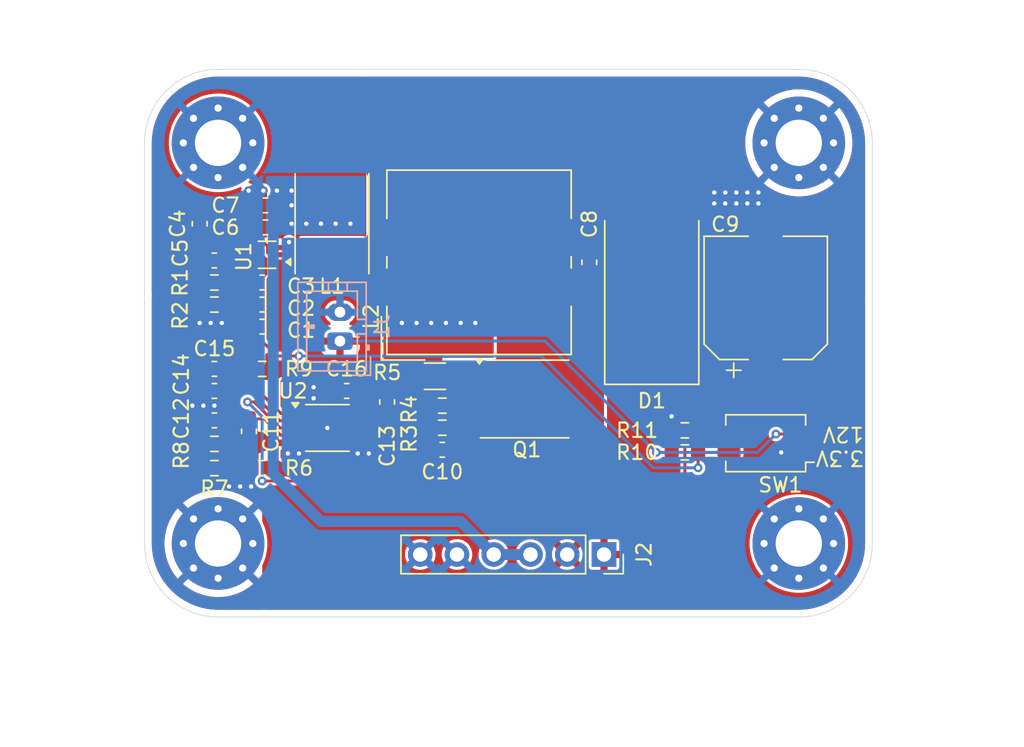
<source format=kicad_pcb>
(kicad_pcb (version 20241229) (generator "pcbnew") (generator_version "9.0")
  (layers (0 "F.Cu" signal) (2 "B.Cu" signal) (13 "F.Paste" user) (15 "B.Paste" user) (5 "F.SilkS" user "F.Silkscreen") (7 "B.SilkS" user "B.Silkscreen") (1 "F.Mask" user) (3 "B.Mask" user) (25 "Edge.Cuts" user))
  (net 0 "")
  (net 1 "GNDA")
  (net 2 "/3.3V Buck/Switch")
  (net 3 "Net-(U1-VBST)")
  (net 4 "/3.3V Buck/Feedback")
  (net 5 "+3.3V")
  (net 6 "VDD")
  (net 7 "/12V SEPIC/I Sense")
  (net 8 "/12V SEPIC/Feedback")
  (net 9 "Net-(Q1-D)")
  (net 10 "Net-(D1-A)")
  (net 11 "+12V")
  (net 12 "Net-(Q1-S-Pad1)")
  (net 13 "Net-(Q1-G)")
  (net 14 "/12V SEPIC/Comp")
  (net 15 "/12V SEPIC/Gate Drive")
  (net 16 "Net-(C12-Pad1)")
  (net 17 "Net-(U2-BP)")
  (net 18 "Net-(U2-SS)")
  (net 19 "Net-(U2-RC)")
  (net 20 "/3.3V Enable")
  (net 21 "/12V Disable")
  (footprint "Capacitor_SMD:CP_Elec_8x6.9" (layer "F.Cu") (at 165.1 105.71 90)
    (property "Reference" "C9" (at 5.08 -2.794 180) (layer "F.SilkS"))
    (property "Value" "25SVPF100M")
    (pad "1" smd roundrect (at -3.475 0 90) (size 4.15 1.9) (layers "F.Cu" "F.Mask" "F.Paste") (roundrect_rratio 0.131579) (net 11 "+12V"))
    (pad "2" smd roundrect (at 3.475 0 90) (size 4.15 1.9) (layers "F.Cu" "F.Mask" "F.Paste") (roundrect_rratio 0.131579) (net 1 "GNDA"))
  )
  (footprint "Resistor_SMD:R_0603_1608Metric_Pad0.98x0.95mm_HandSolder" (layer "F.Cu") (at 142.748 113.157)
    (property "Reference" "R4" (at -2.286 0.254 90) (layer "F.SilkS"))
    (property "Value" "1k")
    (pad "1" smd roundrect (at -0.9125 0) (size 0.975 0.95) (layers "F.Cu" "F.Mask" "F.Paste") (net 7 "/12V SEPIC/I Sense"))
    (pad "2" smd roundrect (at 0.9125 0) (size 0.975 0.95) (layers "F.Cu" "F.Mask" "F.Paste") (net 12 "Net-(Q1-S-Pad1)"))
  )
  (footprint "Capacitor_SMD:C_0603_1608Metric_Pad1.08x0.95mm_HandSolder" (layer "F.Cu") (at 130.5365 100.838 180)
    (property "Reference" "C6" (at 2.7745 0 0) (layer "F.SilkS"))
    (property "Value" "22uF")
    (pad "1" smd roundrect (at -0.8625 0 180) (size 1.075 0.95) (layers "F.Cu" "F.Mask" "F.Paste") (net 5 "+3.3V"))
    (pad "2" smd roundrect (at 0.8625 0 180) (size 1.075 0.95) (layers "F.Cu" "F.Mask" "F.Paste") (net 1 "GNDA"))
  )
  (footprint "Capacitor_SMD:C_0603_1608Metric_Pad1.08x0.95mm_HandSolder" (layer "F.Cu") (at 136.144 112.141 180)
    (property "Reference" "C16" (at 0 1.524 0) (layer "F.SilkS"))
    (property "Value" "8.2uF")
    (pad "1" smd roundrect (at -0.8625 0 180) (size 1.075 0.95) (layers "F.Cu" "F.Mask" "F.Paste") (net 6 "VDD"))
    (pad "2" smd roundrect (at 0.8625 0 180) (size 1.075 0.95) (layers "F.Cu" "F.Mask" "F.Paste") (net 1 "GNDA"))
  )
  (footprint "Resistor_SMD:R_0603_1608Metric_Pad0.98x0.95mm_HandSolder" (layer "F.Cu") (at 127 104.648)
    (property "Reference" "R1" (at -2.367 0 90) (layer "F.SilkS"))
    (property "Value" "30.9k")
    (pad "1" smd roundrect (at -0.9125 0) (size 0.975 0.95) (layers "F.Cu" "F.Mask" "F.Paste") (net 5 "+3.3V"))
    (pad "2" smd roundrect (at 0.9125 0) (size 0.975 0.95) (layers "F.Cu" "F.Mask" "F.Paste") (net 4 "/3.3V Buck/Feedback"))
  )
  (footprint "Inductor_SMD:L_Taiyo-Yuden_NR-50xx_HandSoldering" (layer "F.Cu") (at 135.128 100.584 90)
    (property "Reference" "L1" (at -4.318 0 0) (layer "F.SilkS"))
    (property "Value" "NRS5030T3R3MMGJ")
    (pad "1" smd rect (at -2.25 0 90) (size 2.4 4.2) (layers "F.Cu" "F.Mask" "F.Paste") (net 2 "/3.3V Buck/Switch"))
    (pad "2" smd rect (at 2.25 0 90) (size 2.4 4.2) (layers "F.Cu" "F.Mask" "F.Paste") (net 5 "+3.3V"))
  )
  (footprint "Package_TO_SOT_SMD:SOT-563" (layer "F.Cu") (at 130.637 102.729 180)
    (property "Reference" "U1" (at 1.605 -0.141 90) (layer "F.SilkS"))
    (property "Value" "TPS562202")
    (pad "1" smd roundrect (at -0.7125 -0.5 180) (size 0.675 0.35) (layers "F.Cu" "F.Mask" "F.Paste") (net 6 "VDD"))
    (pad "2" smd roundrect (at -0.7125 0 180) (size 0.675 0.35) (layers "F.Cu" "F.Mask" "F.Paste") (net 2 "/3.3V Buck/Switch"))
    (pad "3" smd roundrect (at -0.7125 0.5 180) (size 0.675 0.35) (layers "F.Cu" "F.Mask" "F.Paste") (net 1 "GNDA"))
    (pad "4" smd roundrect (at 0.7125 0.5 180) (size 0.675 0.35) (layers "F.Cu" "F.Mask" "F.Paste") (net 3 "Net-(U1-VBST)"))
    (pad "5" smd roundrect (at 0.7125 0 180) (size 0.675 0.35) (layers "F.Cu" "F.Mask" "F.Paste") (net 20 "/3.3V Enable"))
    (pad "6" smd roundrect (at 0.7125 -0.5 180) (size 0.675 0.35) (layers "F.Cu" "F.Mask" "F.Paste") (net 4 "/3.3V Buck/Feedback"))
  )
  (footprint "Capacitor_SMD:C_0603_1608Metric_Pad1.08x0.95mm_HandSolder" (layer "F.Cu") (at 127 103.124)
    (property "Reference" "C5" (at -2.367 -0.508 90) (layer "F.SilkS"))
    (property "Value" "22pF")
    (pad "1" smd roundrect (at -0.8625 0) (size 1.075 0.95) (layers "F.Cu" "F.Mask" "F.Paste") (net 5 "+3.3V"))
    (pad "2" smd roundrect (at 0.8625 0) (size 1.075 0.95) (layers "F.Cu" "F.Mask" "F.Paste") (net 4 "/3.3V Buck/Feedback"))
  )
  (footprint "Package_TO_SOT_SMD:TDSON-8-1" (layer "F.Cu") (at 148.442 112.695)
    (property "Reference" "Q1" (at 0.148 3.51 0) (layer "F.SilkS"))
    (property "Value" "CSD18534Q5A")
    (pad "1" smd roundrect (at -2.9 -1.905) (size 0.85 0.5) (layers "F.Cu" "F.Mask" "F.Paste") (net 12 "Net-(Q1-S-Pad1)"))
    (pad "2" smd roundrect (at -2.9 -0.635) (size 0.85 0.5) (layers "F.Cu" "F.Mask" "F.Paste") (net 12 "Net-(Q1-S-Pad1)"))
    (pad "3" smd roundrect (at -2.9 0.635) (size 0.85 0.5) (layers "F.Cu" "F.Mask" "F.Paste") (net 12 "Net-(Q1-S-Pad1)"))
    (pad "4" smd roundrect (at -2.9 1.905) (size 0.85 0.5) (layers "F.Cu" "F.Mask" "F.Paste") (net 13 "Net-(Q1-G)"))
    (pad "5" smd rect (at 1.05 0) (size 4.55 4.41) (layers "F.Cu") (net 9 "Net-(Q1-D)"))
  )
  (footprint "Package_SO:VSSOP-10_3x3mm_P0.5mm" (layer "F.Cu") (at 134.8065 114.697)
    (property "Reference" "U2" (at -2.372 -2.556 0) (layer "F.SilkS"))
    (property "Value" "TPS40211")
    (pad "1" smd roundrect (at -2.2 -1) (size 1.45 0.3) (layers "F.Cu" "F.Mask" "F.Paste") (net 19 "Net-(U2-RC)"))
    (pad "2" smd roundrect (at -2.2 -0.5) (size 1.45 0.3) (layers "F.Cu" "F.Mask" "F.Paste") (net 18 "Net-(U2-SS)"))
    (pad "3" smd roundrect (at -2.2 0) (size 1.45 0.3) (layers "F.Cu" "F.Mask" "F.Paste") (net 21 "/12V Disable"))
    (pad "4" smd roundrect (at -2.2 0.5) (size 1.45 0.3) (layers "F.Cu" "F.Mask" "F.Paste") (net 14 "/12V SEPIC/Comp"))
    (pad "5" smd roundrect (at -2.2 1) (size 1.45 0.3) (layers "F.Cu" "F.Mask" "F.Paste") (net 8 "/12V SEPIC/Feedback"))
    (pad "6" smd roundrect (at 2.2 1) (size 1.45 0.3) (layers "F.Cu" "F.Mask" "F.Paste") (net 1 "GNDA"))
    (pad "7" smd roundrect (at 2.2 0.5) (size 1.45 0.3) (layers "F.Cu" "F.Mask" "F.Paste") (net 7 "/12V SEPIC/I Sense"))
    (pad "8" smd roundrect (at 2.2 0) (size 1.45 0.3) (layers "F.Cu" "F.Mask" "F.Paste") (net 15 "/12V SEPIC/Gate Drive"))
    (pad "9" smd roundrect (at 2.2 -0.5) (size 1.45 0.3) (layers "F.Cu" "F.Mask" "F.Paste") (net 17 "Net-(U2-BP)"))
    (pad "10" smd roundrect (at 2.2 -1) (size 1.45 0.3) (layers "F.Cu" "F.Mask" "F.Paste") (net 6 "VDD"))
    (pad "11" smd roundrect (at 0 0 180) (size 1.83 2.22) (layers "F.Cu" "F.Mask" "F.Paste") (roundrect_rratio 0.15) (net 1 "GNDA"))
  )
  (footprint "MountingHole:MountingHole_3.2mm_M3_Pad_Via" (layer "F.Cu") (at 167.386 94.996)
    (property "Reference" "H3" (hide yes))
    (property "Value" "MountingHole_Pad")
    (pad "1" thru_hole circle (at -2.4 0) (size 0.8 0.8) (drill 0.5) (layers "*.Cu" "*.Mask") (net 1 "GNDA"))
    (pad "1" thru_hole circle (at -1.697056 -1.697056) (size 0.8 0.8) (drill 0.5) (layers "*.Cu" "*.Mask") (net 1 "GNDA"))
    (pad "1" thru_hole circle (at -1.697056 1.697056) (size 0.8 0.8) (drill 0.5) (layers "*.Cu" "*.Mask") (net 1 "GNDA"))
    (pad "1" thru_hole circle (at 0 -2.4) (size 0.8 0.8) (drill 0.5) (layers "*.Cu" "*.Mask") (net 1 "GNDA"))
    (pad "1" thru_hole circle (at 0 0) (size 6.4 6.4) (drill 3.2) (layers "*.Cu" "*.Mask") (net 1 "GNDA"))
    (pad "1" thru_hole circle (at 0 2.4) (size 0.8 0.8) (drill 0.5) (layers "*.Cu" "*.Mask") (net 1 "GNDA"))
    (pad "1" thru_hole circle (at 1.697056 -1.697056) (size 0.8 0.8) (drill 0.5) (layers "*.Cu" "*.Mask") (net 1 "GNDA"))
    (pad "1" thru_hole circle (at 1.697056 1.697056) (size 0.8 0.8) (drill 0.5) (layers "*.Cu" "*.Mask") (net 1 "GNDA"))
    (pad "1" thru_hole circle (at 2.4 0) (size 0.8 0.8) (drill 0.5) (layers "*.Cu" "*.Mask") (net 1 "GNDA"))
  )
  (footprint "Resistor_SMD:R_0603_1608Metric_Pad0.98x0.95mm_HandSolder" (layer "F.Cu") (at 127 115.7975)
    (property "Reference" "R8" (at -2.286 0.7885 90) (layer "F.SilkS"))
    (property "Value" "18.7k")
    (pad "1" smd roundrect (at -0.9125 0) (size 0.975 0.95) (layers "F.Cu" "F.Mask" "F.Paste") (net 16 "Net-(C12-Pad1)"))
    (pad "2" smd roundrect (at 0.9125 0) (size 0.975 0.95) (layers "F.Cu" "F.Mask" "F.Paste") (net 8 "/12V SEPIC/Feedback"))
  )
  (footprint "Button_Switch_SMD:SW_DIP_SPSTx02_Slide_Copal_CHS-02A_W5.08mm_P1.27mm_JPin" (layer "F.Cu") (at 165.1 115.7535 180)
    (property "Reference" "SW1" (at -1.016 -2.888 0) (layer "F.SilkS"))
    (property "Value" "SW_DIP_x02")
    (pad "1" smd roundrect (at -2.54 -0.635 180) (size 1.6 0.76) (layers "F.Cu" "F.Mask" "F.Paste") (net 1 "GNDA"))
    (pad "2" smd roundrect (at -2.54 0.635 180) (size 1.6 0.76) (layers "F.Cu" "F.Mask" "F.Paste") (net 6 "VDD"))
    (pad "3" smd roundrect (at 2.54 0.635 180) (size 1.6 0.76) (layers "F.Cu" "F.Mask" "F.Paste") (net 21 "/12V Disable"))
    (pad "4" smd roundrect (at 2.54 -0.635 180) (size 1.6 0.76) (layers "F.Cu" "F.Mask" "F.Paste") (net 20 "/3.3V Enable"))
  )
  (footprint "Capacitor_SMD:C_0603_1608Metric_Pad1.08x0.95mm_HandSolder" (layer "F.Cu") (at 130.302 107.696 180)
    (property "Reference" "C1" (at -2.6935 -0.254 0) (layer "F.SilkS"))
    (property "Value" "10uF")
    (pad "1" smd roundrect (at -0.8625 0 180) (size 1.075 0.95) (layers "F.Cu" "F.Mask" "F.Paste") (net 6 "VDD"))
    (pad "2" smd roundrect (at 0.8625 0 180) (size 1.075 0.95) (layers "F.Cu" "F.Mask" "F.Paste") (net 1 "GNDA"))
  )
  (footprint "MountingHole:MountingHole_3.2mm_M3_Pad_Via" (layer "F.Cu") (at 127.254 122.682)
    (property "Reference" "H2" (hide yes))
    (property "Value" "MountingHole_Pad")
    (pad "1" thru_hole circle (at -2.4 0) (size 0.8 0.8) (drill 0.5) (layers "*.Cu" "*.Mask") (net 1 "GNDA"))
    (pad "1" thru_hole circle (at -1.697056 -1.697056) (size 0.8 0.8) (drill 0.5) (layers "*.Cu" "*.Mask") (net 1 "GNDA"))
    (pad "1" thru_hole circle (at -1.697056 1.697056) (size 0.8 0.8) (drill 0.5) (layers "*.Cu" "*.Mask") (net 1 "GNDA"))
    (pad "1" thru_hole circle (at 0 -2.4) (size 0.8 0.8) (drill 0.5) (layers "*.Cu" "*.Mask") (net 1 "GNDA"))
    (pad "1" thru_hole circle (at 0 0) (size 6.4 6.4) (drill 3.2) (layers "*.Cu" "*.Mask") (net 1 "GNDA"))
    (pad "1" thru_hole circle (at 0 2.4) (size 0.8 0.8) (drill 0.5) (layers "*.Cu" "*.Mask") (net 1 "GNDA"))
    (pad "1" thru_hole circle (at 1.697056 -1.697056) (size 0.8 0.8) (drill 0.5) (layers "*.Cu" "*.Mask") (net 1 "GNDA"))
    (pad "1" thru_hole circle (at 1.697056 1.697056) (size 0.8 0.8) (drill 0.5) (layers "*.Cu" "*.Mask") (net 1 "GNDA"))
    (pad "1" thru_hole circle (at 2.4 0) (size 0.8 0.8) (drill 0.5) (layers "*.Cu" "*.Mask") (net 1 "GNDA"))
  )
  (footprint "Resistor_SMD:R_0603_1608Metric_Pad0.98x0.95mm_HandSolder" (layer "F.Cu") (at 159.512 114.8645)
    (property "Reference" "R11" (at -3.302 0 0) (layer "F.SilkS"))
    (property "Value" "10k")
    (pad "1" smd roundrect (at -0.9125 0) (size 0.975 0.95) (layers "F.Cu" "F.Mask" "F.Paste") (net 1 "GNDA"))
    (pad "2" smd roundrect (at 0.9125 0) (size 0.975 0.95) (layers "F.Cu" "F.Mask" "F.Paste") (net 21 "/12V Disable"))
  )
  (footprint "Resistor_SMD:R_0603_1608Metric_Pad0.98x0.95mm_HandSolder" (layer "F.Cu") (at 127 117.475)
    (property "Reference" "R7" (at 0 1.397 180) (layer "F.SilkS"))
    (property "Value" "4.75k")
    (pad "1" smd roundrect (at -0.9125 0) (size 0.975 0.95) (layers "F.Cu" "F.Mask" "F.Paste") (net 1 "GNDA"))
    (pad "2" smd roundrect (at 0.9125 0) (size 0.975 0.95) (layers "F.Cu" "F.Mask" "F.Paste") (net 8 "/12V SEPIC/Feedback"))
  )
  (footprint "Capacitor_SMD:C_0603_1608Metric_Pad1.08x0.95mm_HandSolder" (layer "F.Cu") (at 125.984 100.584 90)
    (property "Reference" "C4" (at 0 -1.524 90) (layer "F.SilkS"))
    (property "Value" "100nF")
    (pad "1" smd roundrect (at -0.8625 0 90) (size 1.075 0.95) (layers "F.Cu" "F.Mask" "F.Paste") (net 3 "Net-(U1-VBST)"))
    (pad "2" smd roundrect (at 0.8625 0 90) (size 1.075 0.95) (layers "F.Cu" "F.Mask" "F.Paste") (net 2 "/3.3V Buck/Switch"))
  )
  (footprint "Capacitor_SMD:C_0603_1608Metric_Pad1.08x0.95mm_HandSolder" (layer "F.Cu") (at 127 110.617)
    (property "Reference" "C15" (at 0 -1.397 180) (layer "F.SilkS"))
    (property "Value" "120pF")
    (pad "1" smd roundrect (at -0.8625 0) (size 1.075 0.95) (layers "F.Cu" "F.Mask" "F.Paste") (net 1 "GNDA"))
    (pad "2" smd roundrect (at 0.8625 0) (size 1.075 0.95) (layers "F.Cu" "F.Mask" "F.Paste") (net 19 "Net-(U2-RC)"))
  )
  (footprint "Capacitor_SMD:C_0603_1608Metric_Pad1.08x0.95mm_HandSolder" (layer "F.Cu") (at 138.938 112.903 -90)
    (property "Reference" "C13" (at 3.048 0 90) (layer "F.SilkS"))
    (property "Value" "1uF")
    (pad "1" smd roundrect (at -0.8625 0 270) (size 1.075 0.95) (layers "F.Cu" "F.Mask" "F.Paste") (net 1 "GNDA"))
    (pad "2" smd roundrect (at 0.8625 0 270) (size 1.075 0.95) (layers "F.Cu" "F.Mask" "F.Paste") (net 17 "Net-(U2-BP)"))
  )
  (footprint "Capacitor_SMD:C_0603_1608Metric_Pad1.08x0.95mm_HandSolder" (layer "F.Cu") (at 152.908 103.251 90)
    (property "Reference" "C8" (at 2.6405 0 90) (layer "F.SilkS"))
    (property "Value" "4.7uF")
    (pad "1" smd roundrect (at -0.8625 0 90) (size 1.075 0.95) (layers "F.Cu" "F.Mask" "F.Paste") (net 9 "Net-(Q1-D)"))
    (pad "2" smd roundrect (at 0.8625 0 90) (size 1.075 0.95) (layers "F.Cu" "F.Mask" "F.Paste") (net 10 "Net-(D1-A)"))
  )
  (footprint "Resistor_SMD:R_0603_1608Metric_Pad0.98x0.95mm_HandSolder" (layer "F.Cu") (at 130.302 110.617 180)
    (property "Reference" "R9" (at -2.54 0 0) (layer "F.SilkS"))
    (property "Value" "162k")
    (pad "1" smd roundrect (at -0.9125 0 180) (size 0.975 0.95) (layers "F.Cu" "F.Mask" "F.Paste") (net 6 "VDD"))
    (pad "2" smd roundrect (at 0.9125 0 180) (size 0.975 0.95) (layers "F.Cu" "F.Mask" "F.Paste") (net 19 "Net-(U2-RC)"))
  )
  (footprint "Inductor_SMD:L_Bourns_SRF1260" (layer "F.Cu") (at 145.288 103.251 90)
    (property "Reference" "L2" (at -3.75 -7.45 90) (layer "F.SilkS"))
    (property "Value" "SRF1260-6R8Y")
    (pad "1" smd roundrect (at -1.715 -4.25 90) (size 2.15 4.5) (layers "F.Cu" "F.Mask" "F.Paste") (net 1 "GNDA"))
    (pad "2" smd roundrect (at 1.715 -4.25 90) (size 2.15 4.5) (layers "F.Cu" "F.Mask" "F.Paste") (net 6 "VDD"))
    (pad "3" smd roundrect (at 1.715 4.25 90) (size 2.15 4.5) (layers "F.Cu" "F.Mask" "F.Paste") (net 10 "Net-(D1-A)"))
    (pad "4" smd roundrect (at -1.715 4.25 90) (size 2.15 4.5) (layers "F.Cu" "F.Mask" "F.Paste") (net 9 "Net-(Q1-D)"))
  )
  (footprint "Resistor_SMD:R_1206_3216Metric_Pad1.30x1.75mm_HandSolder" (layer "F.Cu") (at 142.24 111.125)
    (property "Reference" "R5" (at -3.302 -0.254 180) (layer "F.SilkS"))
    (property "Value" "12m")
    (pad "1" smd roundrect (at -1.55 0) (size 1.3 1.75) (layers "F.Cu" "F.Mask" "F.Paste") (roundrect_rratio 0.192308) (net 1 "GNDA"))
    (pad "2" smd roundrect (at 1.55 0) (size 1.3 1.75) (layers "F.Cu" "F.Mask" "F.Paste") (roundrect_rratio 0.192308) (net 12 "Net-(Q1-S-Pad1)"))
  )
  (footprint "MountingHole:MountingHole_3.2mm_M3_Pad_Via" (layer "F.Cu") (at 167.386 122.682)
    (property "Reference" "H4" (hide yes))
    (property "Value" "MountingHole_Pad")
    (pad "1" thru_hole circle (at -2.4 0) (size 0.8 0.8) (drill 0.5) (layers "*.Cu" "*.Mask") (net 1 "GNDA"))
    (pad "1" thru_hole circle (at -1.697056 -1.697056) (size 0.8 0.8) (drill 0.5) (layers "*.Cu" "*.Mask") (net 1 "GNDA"))
    (pad "1" thru_hole circle (at -1.697056 1.697056) (size 0.8 0.8) (drill 0.5) (layers "*.Cu" "*.Mask") (net 1 "GNDA"))
    (pad "1" thru_hole circle (at 0 -2.4) (size 0.8 0.8) (drill 0.5) (layers "*.Cu" "*.Mask") (net 1 "GNDA"))
    (pad "1" thru_hole circle (at 0 0) (size 6.4 6.4) (drill 3.2) (layers "*.Cu" "*.Mask") (net 1 "GNDA"))
    (pad "1" thru_hole circle (at 0 2.4) (size 0.8 0.8) (drill 0.5) (layers "*.Cu" "*.Mask") (net 1 "GNDA"))
    (pad "1" thru_hole circle (at 1.697056 -1.697056) (size 0.8 0.8) (drill 0.5) (layers "*.Cu" "*.Mask") (net 1 "GNDA"))
    (pad "1" thru_hole circle (at 1.697056 1.697056) (size 0.8 0.8) (drill 0.5) (layers "*.Cu" "*.Mask") (net 1 "GNDA"))
    (pad "1" thru_hole circle (at 2.4 0) (size 0.8 0.8) (drill 0.5) (layers "*.Cu" "*.Mask") (net 1 "GNDA"))
  )
  (footprint "Diode_SMD:D_SMC_Handsoldering" (layer "F.Cu") (at 157.226 104.775 90)
    (property "Reference" "D1" (at -8.047 0 180) (layer "F.SilkS"))
    (property "Value" "B560C-13-F")
    (pad "1" smd roundrect (at -4.4 0 180) (size 3.3 4.5) (layers "F.Cu" "F.Mask" "F.Paste") (roundrect_rratio 0.0757575758) (net 11 "+12V"))
    (pad "2" smd roundrect (at 4.4 0 180) (size 3.3 4.5) (layers "F.Cu" "F.Mask" "F.Paste") (roundrect_rratio 0.0757575758) (net 10 "Net-(D1-A)"))
  )
  (footprint "MountingHole:MountingHole_3.2mm_M3_Pad_Via" (layer "F.Cu") (at 127.254 94.996)
    (property "Reference" "H1" (hide yes))
    (property "Value" "MountingHole_Pad")
    (pad "1" thru_hole circle (at -2.4 0) (size 0.8 0.8) (drill 0.5) (layers "*.Cu" "*.Mask") (net 1 "GNDA"))
    (pad "1" thru_hole circle (at -1.697056 -1.697056) (size 0.8 0.8) (drill 0.5) (layers "*.Cu" "*.Mask") (net 1 "GNDA"))
    (pad "1" thru_hole circle (at -1.697056 1.697056) (size 0.8 0.8) (drill 0.5) (layers "*.Cu" "*.Mask") (net 1 "GNDA"))
    (pad "1" thru_hole circle (at 0 -2.4) (size 0.8 0.8) (drill 0.5) (layers "*.Cu" "*.Mask") (net 1 "GNDA"))
    (pad "1" thru_hole circle (at 0 0) (size 6.4 6.4) (drill 3.2) (layers "*.Cu" "*.Mask") (net 1 "GNDA"))
    (pad "1" thru_hole circle (at 0 2.4) (size 0.8 0.8) (drill 0.5) (layers "*.Cu" "*.Mask") (net 1 "GNDA"))
    (pad "1" thru_hole circle (at 1.697056 -1.697056) (size 0.8 0.8) (drill 0.5) (layers "*.Cu" "*.Mask") (net 1 "GNDA"))
    (pad "1" thru_hole circle (at 1.697056 1.697056) (size 0.8 0.8) (drill 0.5) (layers "*.Cu" "*.Mask") (net 1 "GNDA"))
    (pad "1" thru_hole circle (at 2.4 0) (size 0.8 0.8) (drill 0.5) (layers "*.Cu" "*.Mask") (net 1 "GNDA"))
  )
  (footprint "Resistor_SMD:R_0603_1608Metric_Pad0.98x0.95mm_HandSolder" (layer "F.Cu") (at 159.512 116.3885 180)
    (property "Reference" "R10" (at 3.302 0 0) (layer "F.SilkS"))
    (property "Value" "10k")
    (pad "1" smd roundrect (at -0.9125 0 180) (size 0.975 0.95) (layers "F.Cu" "F.Mask" "F.Paste") (net 20 "/3.3V Enable"))
    (pad "2" smd roundrect (at 0.9125 0 180) (size 0.975 0.95) (layers "F.Cu" "F.Mask" "F.Paste") (net 6 "VDD"))
  )
  (footprint "Capacitor_SMD:C_0603_1608Metric_Pad1.08x0.95mm_HandSolder" (layer "F.Cu") (at 129.3895 114.935 90)
    (property "Reference" "C11" (at 0 1.524 270) (layer "F.SilkS"))
    (property "Value" "56pF")
    (pad "1" smd roundrect (at -0.8625 0 90) (size 1.075 0.95) (layers "F.Cu" "F.Mask" "F.Paste") (net 8 "/12V SEPIC/Feedback"))
    (pad "2" smd roundrect (at 0.8625 0 90) (size 1.075 0.95) (layers "F.Cu" "F.Mask" "F.Paste") (net 14 "/12V SEPIC/Comp"))
  )
  (footprint "Connector_PinSocket_2.54mm:PinSocket_1x06_P2.54mm_Vertical" (layer "F.Cu") (at 153.924 123.444 -90)
    (property "Reference" "J2" (at 0 -2.77 90) (layer "F.SilkS"))
    (property "Value" "Conn_01x06_Socket")
    (pad "1" thru_hole rect (at 0 0 270) (size 1.7 1.7) (drill 1) (layers "*.Cu" "*.Mask") (net 11 "+12V"))
    (pad "2" thru_hole circle (at 0 2.54 270) (size 1.7 1.7) (drill 1) (layers "*.Cu" "*.Mask") (net 11 "+12V"))
    (pad "3" thru_hole circle (at 0 5.08 270) (size 1.7 1.7) (drill 1) (layers "*.Cu" "*.Mask") (net 5 "+3.3V"))
    (pad "4" thru_hole circle (at 0 7.62 270) (size 1.7 1.7) (drill 1) (layers "*.Cu" "*.Mask") (net 5 "+3.3V"))
    (pad "5" thru_hole circle (at 0 10.16 270) (size 1.7 1.7) (drill 1) (layers "*.Cu" "*.Mask") (net 1 "GNDA"))
    (pad "6" thru_hole circle (at 0 12.7 270) (size 1.7 1.7) (drill 1) (layers "*.Cu" "*.Mask") (net 1 "GNDA"))
  )
  (footprint "Capacitor_SMD:C_0603_1608Metric_Pad1.08x0.95mm_HandSolder" (layer "F.Cu") (at 130.5365 99.314 180)
    (property "Reference" "C7" (at 2.7745 0 0) (layer "F.SilkS"))
    (property "Value" "22uF")
    (pad "1" smd roundrect (at -0.8625 0 180) (size 1.075 0.95) (layers "F.Cu" "F.Mask" "F.Paste") (net 5 "+3.3V"))
    (pad "2" smd roundrect (at 0.8625 0 180) (size 1.075 0.95) (layers "F.Cu" "F.Mask" "F.Paste") (net 1 "GNDA"))
  )
  (footprint "Capacitor_SMD:C_0603_1608Metric_Pad1.08x0.95mm_HandSolder" (layer "F.Cu") (at 142.748 116.205)
    (property "Reference" "C10" (at 0 1.524 0) (layer "F.SilkS"))
    (property "Value" "100pF")
    (pad "1" smd roundrect (at -0.8625 0) (size 1.075 0.95) (layers "F.Cu" "F.Mask" "F.Paste") (net 7 "/12V SEPIC/I Sense"))
    (pad "2" smd roundrect (at 0.8625 0) (size 1.075 0.95) (layers "F.Cu" "F.Mask" "F.Paste") (net 1 "GNDA"))
  )
  (footprint "Resistor_SMD:R_0603_1608Metric_Pad0.98x0.95mm_HandSolder" (layer "F.Cu") (at 130.302 117.475)
    (property "Reference" "R6" (at 2.54 0 0) (layer "F.SilkS"))
    (property "Value" "215k")
    (pad "1" smd roundrect (at -0.9125 0) (size 0.975 0.95) (layers "F.Cu" "F.Mask" "F.Paste") (net 8 "/12V SEPIC/Feedback"))
    (pad "2" smd roundrect (at 0.9125 0) (size 0.975 0.95) (layers "F.Cu" "F.Mask" "F.Paste") (net 11 "+12V"))
  )
  (footprint "Capacitor_SMD:C_0603_1608Metric_Pad1.08x0.95mm_HandSolder" (layer "F.Cu") (at 127 112.141 180)
    (property "Reference" "C14" (at 2.286 1.143 90) (layer "F.SilkS"))
    (property "Value" "68nF")
    (pad "1" smd roundrect (at -0.8625 0 180) (size 1.075 0.95) (layers "F.Cu" "F.Mask" "F.Paste") (net 18 "Net-(U2-SS)"))
    (pad "2" smd roundrect (at 0.8625 0 180) (size 1.075 0.95) (layers "F.Cu" "F.Mask" "F.Paste") (net 1 "GNDA"))
  )
  (footprint "Resistor_SMD:R_0603_1608Metric_Pad0.98x0.95mm_HandSolder" (layer "F.Cu") (at 127 106.172 180)
    (property "Reference" "R2" (at 2.367 -0.762 90) (layer "F.SilkS"))
    (property "Value" "10k")
    (pad "1" smd roundrect (at -0.9125 0 180) (size 0.975 0.95) (layers "F.Cu" "F.Mask" "F.Paste") (net 4 "/3.3V Buck/Feedback"))
    (pad "2" smd roundrect (at 0.9125 0 180) (size 0.975 0.95) (layers "F.Cu" "F.Mask" "F.Paste") (net 1 "GNDA"))
  )
  (footprint "Capacitor_SMD:C_0603_1608Metric_Pad1.08x0.95mm_HandSolder" (layer "F.Cu") (at 130.302 106.172 180)
    (property "Reference" "C2" (at -2.6935 -0.254 0) (layer "F.SilkS"))
    (property "Value" "10uF")
    (pad "1" smd roundrect (at -0.8625 0 180) (size 1.075 0.95) (layers "F.Cu" "F.Mask" "F.Paste") (net 6 "VDD"))
    (pad "2" smd roundrect (at 0.8625 0 180) (size 1.075 0.95) (layers "F.Cu" "F.Mask" "F.Paste") (net 1 "GNDA"))
  )
  (footprint "Capacitor_SMD:C_0603_1608Metric_Pad1.08x0.95mm_HandSolder" (layer "F.Cu") (at 130.302 104.648 180)
    (property "Reference" "C3" (at -2.6935 -0.254 0) (layer "F.SilkS"))
    (property "Value" "100nF")
    (pad "1" smd roundrect (at -0.8625 0 180) (size 1.075 0.95) (layers "F.Cu" "F.Mask" "F.Paste") (net 6 "VDD"))
    (pad "2" smd roundrect (at 0.8625 0 180) (size 1.075 0.95) (layers "F.Cu" "F.Mask" "F.Paste") (net 1 "GNDA"))
  )
  (footprint "Capacitor_SMD:C_0603_1608Metric_Pad1.08x0.95mm_HandSolder" (layer "F.Cu") (at 127 114.173)
    (property "Reference" "C12" (at -2.286 -0.127 90) (layer "F.SilkS"))
    (property "Value" "5.6nF")
    (pad "1" smd roundrect (at -0.8625 0) (size 1.075 0.95) (layers "F.Cu" "F.Mask" "F.Paste") (net 16 "Net-(C12-Pad1)"))
    (pad "2" smd roundrect (at 0.8625 0) (size 1.075 0.95) (layers "F.Cu" "F.Mask" "F.Paste") (net 14 "/12V SEPIC/Comp"))
  )
  (footprint "Resistor_SMD:R_0603_1608Metric_Pad0.98x0.95mm_HandSolder" (layer "F.Cu") (at 142.748 114.681)
    (property "Reference" "R3" (at -2.286 0.762 90) (layer "F.SilkS"))
    (property "Value" "11.3")
    (pad "1" smd roundrect (at -0.9125 0) (size 0.975 0.95) (layers "F.Cu" "F.Mask" "F.Paste") (net 15 "/12V SEPIC/Gate Drive"))
    (pad "2" smd roundrect (at 0.9125 0) (size 0.975 0.95) (layers "F.Cu" "F.Mask" "F.Paste") (net 13 "Net-(Q1-G)"))
  )
  (footprint "Connector_JST:JST_PH_B2B-PH-K_1x02_P2.00mm_Vertical" (layer "B.Cu") (at 135.678 108.696 90)
    (property "Reference" "J1" (at 1 2.9 90) (layer "B.SilkS") (effects (justify mirror)))
    (property "Value" "Conn_01x02")
    (pad "1" thru_hole roundrect (at 0 0 90) (size 1.2 1.75) (drill 0.75) (layers "*.Cu" "*.Mask") (roundrect_rratio 0.208333) (net 6 "VDD"))
    (pad "2" thru_hole oval (at 2 0 90) (size 1.2 1.75) (drill 0.75) (layers "*.Cu" "*.Mask") (net 1 "GNDA"))
  )
  (gr_line (start 122.174 122.682) (end 122.174 94.996) (stroke (width 0.05)) (layer "Edge.Cuts"))
  (gr_arc (start 172.466 122.682) (mid 170.978102 126.274102) (end 167.386 127.762) (stroke (width 0.05)) (layer "Edge.Cuts"))
  (gr_line (start 127.254 89.916) (end 167.386 89.916) (stroke (width 0.05)) (layer "Edge.Cuts"))
  (gr_arc (start 167.386 89.916) (mid 170.978102 91.403898) (end 172.466 94.996) (stroke (width 0.05)) (layer "Edge.Cuts"))
  (gr_arc (start 122.174 94.996) (mid 123.661898 91.403898) (end 127.254 89.916) (stroke (width 0.05)) (layer "Edge.Cuts"))
  (gr_arc (start 127.254 127.762) (mid 123.661898 126.274102) (end 122.174 122.682) (stroke (width 0.05)) (layer "Edge.Cuts"))
  (gr_line (start 167.386 127.762) (end 127.254 127.762) (stroke (width 0.05)) (layer "Edge.Cuts"))
  (gr_line (start 172.466 94.996) (end 172.466 122.682) (stroke (width 0.05)) (layer "Edge.Cuts"))
  (gr_text "3.3V\n12V" (at 171.958 114.554 180) (layer "F.SilkS") (effects (font (size 1.016 1.016) (thickness 0.145143)) (justify left bottom)))
  (segment (start 131.3495 102.229) (end 131.786 102.229) (width 0.2032) (layer "F.Cu") (net 1))
  (segment (start 131.786 102.229) (end 132.161 101.854) (width 0.2032) (layer "F.Cu") (net 1))
  (segment (start 167.64 116.3885) (end 166.1725 116.3885) (width 0.2032) (layer "F.Cu") (net 1))
  (segment (start 166.1725 116.3885) (end 166.116 116.332) (width 0.2032) (layer "F.Cu") (net 1))
  (segment (start 158.5995 114.8645) (end 158.5995 113.8955) (width 0.2032) (layer "F.Cu") (net 1))
  (via (at 144.018 107.442) (size 0.6) (drill 0.3) (layers "F.Cu" "B.Cu") (net 1))
  (via (at 145.034 107.442) (size 0.6) (drill 0.3) (layers "F.Cu" "B.Cu") (net 1))
  (via (at 129.54 118.745) (size 0.6) (drill 0.3) (layers "F.Cu" "B.Cu") (net 1))
  (via (at 137.668 116.459) (size 0.6) (drill 0.3) (layers "F.Cu" "B.Cu") (net 1))
  (via (at 125.476 113.157) (size 0.6) (drill 0.3) (layers "F.Cu" "B.Cu") (net 1))
  (via (at 125.984 107.442) (size 0.6) (drill 0.3) (layers "F.Cu" "B.Cu") (net 1))
  (via (at 132.842 116.459) (size 0.6) (drill 0.3) (layers "F.Cu" "B.Cu") (net 1))
  (via (at 128.016 118.745) (size 0.6) (drill 0.3) (layers "F.Cu" "B.Cu") (net 1))
  (via (at 126.238 113.157) (size 0.6) (drill 0.3) (layers "F.Cu" "B.Cu") (net 1))
  (via (at 126.746 107.442) (size 0.6) (drill 0.3) (layers "F.Cu" "B.Cu") (net 1))
  (via (at 163.068 99.187) (size 0.6) (drill 0.3) (layers "F.Cu" "B.Cu") (net 1))
  (via (at 132.08 116.459) (size 0.6) (drill 0.3) (layers "F.Cu" "B.Cu") (net 1))
  (via (at 163.83 98.425) (size 0.6) (drill 0.3) (layers "F.Cu" "B.Cu") (net 1))
  (via (at 134.8065 114.697) (size 0.6) (drill 0.3) (layers "F.Cu" "B.Cu") (net 1))
  (via (at 164.592 99.187) (size 0.6) (drill 0.3) (layers "F.Cu" "B.Cu") (net 1))
  (via (at 127 113.157) (size 0.6) (drill 0.3) (layers "F.Cu" "B.Cu") (net 1))
  (via (at 163.83 99.187) (size 0.6) (drill 0.3) (layers "F.Cu" "B.Cu") (net 1))
  (via (at 139.954 107.442) (size 0.6) (drill 0.3) (layers "F.Cu" "B.Cu") (net 1))
  (via (at 127.508 107.442) (size 0.6) (drill 0.3) (layers "F.Cu" "B.Cu") (net 1))
  (via (at 164.592 98.425) (size 0.6) (drill 0.3) (layers "F.Cu" "B.Cu") (net 1))
  (via (at 140.97 107.442) (size 0.6) (drill 0.3) (layers "F.Cu" "B.Cu") (net 1))
  (via (at 136.906 116.459) (size 0.6) (drill 0.3) (layers "F.Cu" "B.Cu") (net 1))
  (via (at 133.858 111.887) (size 0.6) (drill 0.3) (layers "F.Cu" "B.Cu") (net 1))
  (via (at 162.306 98.425) (size 0.6) (drill 0.3) (layers "F.Cu" "B.Cu") (net 1))
  (via (at 141.986 107.442) (size 0.6) (drill 0.3) (layers "F.Cu" "B.Cu") (net 1))
  (via (at 166.1725 116.3885) (size 0.6) (drill 0.3) (layers "F.Cu" "B.Cu") (net 1))
  (via (at 161.544 98.425) (size 0.6) (drill 0.3) (layers "F.Cu" "B.Cu") (net 1))
  (via (at 158.5995 113.8955) (size 0.6) (drill 0.3) (layers "F.Cu" "B.Cu") (net 1))
  (via (at 129.367 98.298) (size 0.6) (drill 0.3) (layers "F.Cu" "B.Cu") (net 1))
  (via (at 133.858 112.649) (size 0.6) (drill 0.3) (layers "F.Cu" "B.Cu") (net 1))
  (via (at 132.161 101.854) (size 0.6) (drill 0.3) (layers "F.Cu" "B.Cu") (net 1))
  (via (at 163.068 98.425) (size 0.6) (drill 0.3) (layers "F.Cu" "B.Cu") (net 1))
  (via (at 161.544 99.187) (size 0.6) (drill 0.3) (layers "F.Cu" "B.Cu") (net 1))
  (via (at 143.002 107.442) (size 0.6) (drill 0.3) (layers "F.Cu" "B.Cu") (net 1))
  (via (at 128.778 118.745) (size 0.6) (drill 0.3) (layers "F.Cu" "B.Cu") (net 1))
  (via (at 130.383 98.298) (size 0.6) (drill 0.3) (layers "F.Cu" "B.Cu") (net 1))
  (via (at 162.306 99.187) (size 0.6) (drill 0.3) (layers "F.Cu" "B.Cu") (net 1))
  (segment (start 130.822824 102.729) (end 130.673412 102.579588) (width 0.2032) (layer "F.Cu") (net 2))
  (segment (start 128.605 101.092) (end 128.605 100.076) (width 0.2032) (layer "F.Cu") (net 2))
  (segment (start 130.673412 102.144412) (end 130.129 101.6) (width 0.2032) (layer "F.Cu") (net 2))
  (segment (start 128.605 100.076) (end 128.2505 99.7215) (width 0.2032) (layer "F.Cu") (net 2))
  (segment (start 130.673412 102.579588) (end 130.673412 102.144412) (width 0.2032) (layer "F.Cu") (net 2))
  (segment (start 128.2505 99.7215) (end 125.984 99.7215) (width 0.2032) (layer "F.Cu") (net 2))
  (segment (start 131.3495 102.729) (end 130.822824 102.729) (width 0.2032) (layer "F.Cu") (net 2))
  (segment (start 130.129 101.6) (end 129.113 101.6) (width 0.2032) (layer "F.Cu") (net 2))
  (segment (start 129.113 101.6) (end 128.605 101.092) (width 0.2032) (layer "F.Cu") (net 2))
  (segment (start 128.98 102.229) (end 128.1975 101.4465) (width 0.2032) (layer "F.Cu") (net 3))
  (segment (start 129.9245 102.229) (end 128.98 102.229) (width 0.2032) (layer "F.Cu") (net 3))
  (segment (start 128.1975 101.4465) (end 125.984 101.4465) (width 0.2032) (layer "F.Cu") (net 3))
  (segment (start 127.5405 103.229) (end 127.4355 103.124) (width 0.2032) (layer "F.Cu") (net 4))
  (segment (start 127.4855 103.174) (end 127.4355 103.124) (width 0.2032) (layer "F.Cu") (net 4))
  (via (at 132.334 98.298) (size 0.6) (drill 0.3) (layers "F.Cu" "B.Cu") (net 5))
  (via (at 134.366 100.584) (size 0.6) (drill 0.3) (layers "F.Cu" "B.Cu") (net 5))
  (via (at 135.382 100.584) (size 0.6) (drill 0.3) (layers "F.Cu" "B.Cu") (net 5))
  (via (at 133.35 100.584) (size 0.6) (drill 0.3) (layers "F.Cu" "B.Cu") (net 5))
  (via (at 132.334 100.584) (size 0.6) (drill 0.3) (layers "F.Cu" "B.Cu") (net 5))
  (via (at 136.398 100.584) (size 0.6) (drill 0.3) (layers "F.Cu" "B.Cu") (net 5))
  (via (at 132.334 99.314) (size 0.6) (drill 0.3) (layers "F.Cu" "B.Cu") (net 5))
  (via (at 131.318 98.298) (size 0.6) (drill 0.3) (layers "F.Cu" "B.Cu") (net 5))
  (segment (start 146.304 123.444) (end 148.844 123.444) (width 0.762) (layer "B.Cu") (net 5))
  (segment (start 144.018 121.158) (end 134.366 121.158) (width 0.762) (layer "B.Cu") (net 5))
  (segment (start 131.064 117.856) (end 131.064 99.568) (width 0.762) (layer "B.Cu") (net 5))
  (segment (start 134.366 121.158) (end 131.064 117.856) (width 0.762) (layer "B.Cu") (net 5))
  (segment (start 146.304 123.444) (end 144.018 121.158) (width 0.762) (layer "B.Cu") (net 5))
  (segment (start 165.8055 115.1185) (end 167.64 115.1185) (width 0.2032) (layer "F.Cu") (net 6))
  (segment (start 157.5365 116.3885) (end 158.5995 116.3885) (width 0.2032) (layer "F.Cu") (net 6))
  (via (at 157.5365 116.3885) (size 0.6) (drill 0.3) (layers "F.Cu" "B.Cu") (net 6))
  (via (at 165.8055 115.1185) (size 0.6) (drill 0.3) (layers "F.Cu" "B.Cu") (net 6))
  (segment (start 164.5355 116.3885) (end 165.8055 115.1185) (width 0.2032) (layer "B.Cu") (net 6))
  (segment (start 157.5365 116.3885) (end 149.844 108.696) (width 0.2032) (layer "B.Cu") (net 6))
  (segment (start 157.5365 116.3885) (end 164.5355 116.3885) (width 0.2032) (layer "B.Cu") (net 6))
  (segment (start 149.844 108.696) (end 135.678 108.696) (width 0.2032) (layer "B.Cu") (net 6))
  (segment (start 140.216 115.197) (end 141.224 116.205) (width 0.2032) (layer "F.Cu") (net 7))
  (segment (start 141.224 116.205) (end 141.8855 116.205) (width 0.2032) (layer "F.Cu") (net 7))
  (segment (start 142.494 116.205) (end 142.748 115.951) (width 0.2032) (layer "F.Cu") (net 7))
  (segment (start 142.494 113.157) (end 141.8355 113.157) (width 0.2032) (layer "F.Cu") (net 7))
  (segment (start 141.8855 116.205) (end 142.494 116.205) (width 0.2032) (layer "F.Cu") (net 7))
  (segment (start 142.748 113.411) (end 142.494 113.157) (width 0.2032) (layer "F.Cu") (net 7))
  (segment (start 142.748 115.951) (end 142.748 113.411) (width 0.2032) (layer "F.Cu") (net 7))
  (segment (start 137.0065 115.197) (end 140.216 115.197) (width 0.2032) (layer "F.Cu") (net 7))
  (segment (start 143.7415 114.6) (end 143.6605 114.681) (width 0.2032) (layer "F.Cu") (net 13))
  (segment (start 145.542 114.6) (end 143.7415 114.6) (width 0.2032) (layer "F.Cu") (net 13))
  (segment (start 145.461 114.681) (end 145.542 114.6) (width 0.2032) (layer "F.Cu") (net 13))
  (segment (start 131.58 115.197) (end 130.4555 114.0725) (width 0.2032) (layer "F.Cu") (net 14))
  (segment (start 129.289 114.173) (end 129.3895 114.0725) (width 0.2032) (layer "F.Cu") (net 14))
  (segment (start 127.8625 114.173) (end 129.289 114.173) (width 0.2032) (layer "F.Cu") (net 14))
  (segment (start 130.4555 114.0725) (end 129.3895 114.0725) (width 0.2032) (layer "F.Cu") (net 14))
  (segment (start 132.6065 115.197) (end 131.58 115.197) (width 0.2032) (layer "F.Cu") (net 14))
  (segment (start 141.8355 114.681) (end 141.8195 114.697) (width 0.2032) (layer "F.Cu") (net 15))
  (segment (start 141.8195 114.697) (end 137.0065 114.697) (width 0.2032) (layer "F.Cu") (net 15))
  (segment (start 126.0875 114.223) (end 126.1375 114.173) (width 0.2032) (layer "F.Cu") (net 16))
  (segment (start 126.0875 115.7975) (end 126.0875 114.223) (width 0.2032) (layer "F.Cu") (net 16))
  (segment (start 137.898 114.197) (end 138.3295 113.7655) (width 0.2032) (layer "F.Cu") (net 17))
  (segment (start 138.3295 113.7655) (end 138.938 113.7655) (width 0.2032) (layer "F.Cu") (net 17))
  (segment (start 137.0065 114.197) (end 137.898 114.197) (width 0.2032) (layer "F.Cu") (net 17))
  (segment (start 132.6065 114.197) (end 131.516776 114.197) (width 0.2032) (layer "F.Cu") (net 18))
  (segment (start 129.460776 112.141) (end 127.8625 112.141) (width 0.2032) (layer "F.Cu") (net 18))
  (segment (start 131.516776 114.197) (end 129.460776 112.141) (width 0.2032) (layer "F.Cu") (net 18))
  (segment (start 127.8625 110.617) (end 129.3895 110.617) (width 0.2032) (layer "F.Cu") (net 19))
  (segment (start 131.604 113.697) (end 129.3895 111.4825) (width 0.2032) (layer "F.Cu") (net 19))
  (segment (start 129.3895 111.4825) (end 129.3895 110.617) (width 0.2032) (layer "F.Cu") (net 19))
  (segment (start 132.6065 113.697) (end 131.604 113.697) (width 0.2032) (layer "F.Cu") (net 19))
  (segment (start 130.556 103.023001) (end 130.261999 102.729) (width 0.2032) (layer "F.Cu") (net 20))
  (segment (start 160.4245 117.4515) (end 160.4245 116.3885) (width 0.2032) (layer "F.Cu") (net 20))
  (segment (start 130.302 108.712) (end 130.302 104.30584) (width 0.2032) (layer "F.Cu") (net 20))
  (segment (start 160.4245 116.3885) (end 162.56 116.3885) (width 0.2032) (layer "F.Cu") (net 20))
  (segment (start 130.302 104.30584) (end 130.556 104.05184) (width 0.2032) (layer "F.Cu") (net 20))
  (segment (start 132.842 109.728) (end 131.318 109.728) (width 0.2032) (layer "F.Cu") (net 20))
  (segment (start 130.556 104.05184) (end 130.556 103.023001) (width 0.2032) (layer "F.Cu") (net 20))
  (segment (start 131.318 109.728) (end 130.302 108.712) (width 0.2032) (layer "F.Cu") (net 20))
  (segment (start 130.261999 102.729) (end 129.9245 102.729) (width 0.2032) (layer "F.Cu") (net 20))
  (via (at 160.4245 117.4515) (size 0.6) (drill 0.3) (layers "F.Cu" "B.Cu") (net 20))
  (via (at 132.842 109.728) (size 0.6) (drill 0.3) (layers "F.Cu" "B.Cu") (net 20))
  (segment (start 160.4245 117.4515) (end 157.3295 117.4515) (width 0.2032) (layer "B.Cu") (net 20))
  (segment (start 149.606 109.728) (end 132.842 109.728) (width 0.2032) (layer "B.Cu") (net 20))
  (segment (start 157.3295 117.4515) (end 149.606 109.728) (width 0.2032) (layer "B.Cu") (net 20))
  (segment (start 129.754388 112.903) (end 129.286 112.903) (width 0.2032) (layer "F.Cu") (net 21))
  (segment (start 130.008388 113.157) (end 129.774194 112.922806) (width 0.2032) (layer "F.Cu") (net 21))
  (segment (start 159.512 115.062) (end 159.7095 114.8645) (width 0.2032) (layer "F.Cu") (net 21))
  (segment (start 132.6065 114.697) (end 131.548388 114.697) (width 0.2032) (layer "F.Cu") (net 21))
  (segment (start 130.302 118.364) (end 159.004 118.364) (width 0.2032) (layer "F.Cu") (net 21))
  (segment (start 131.548388 114.697) (end 130.008388 113.157) (width 0.2032) (layer "F.Cu") (net 21))
  (segment (start 129.774194 112.922806) (end 129.754388 112.903) (width 0.2032) (layer "F.Cu") (net 21))
  (segment (start 162.56 115.1185) (end 161.544 115.1185) (width 0.2032) (layer "F.Cu") (net 21))
  (segment (start 159.7095 114.8645) (end 160.4245 114.8645) (width 0.2032) (layer "F.Cu") (net 21))
  (segment (start 161.29 114.8645) (end 160.4245 114.8645) (width 0.2032) (layer "F.Cu") (net 21))
  (segment (start 159.004 118.364) (end 159.512 117.856) (width 0.2032) (layer "F.Cu") (net 21))
  (segment (start 159.512 117.856) (end 159.512 115.062) (width 0.2032) (layer "F.Cu") (net 21))
  (segment (start 161.544 115.1185) (end 161.29 114.8645) (width 0.2032) (layer "F.Cu") (net 21))
  (via (at 129.286 112.903) (size 0.6) (drill 0.3) (layers "F.Cu" "B.Cu") (net 21))
  (via (at 130.302 118.364) (size 0.6) (drill 0.3) (layers "F.Cu" "B.Cu") (net 21))
  (segment (start 130.302 118.364) (end 130.302 113.919) (width 0.2032) (layer "B.Cu") (net 21))
  (segment (start 130.302 113.919) (end 129.286 112.903) (width 0.2032) (layer "B.Cu") (net 21))
  (zone (net 1) (net_name "GNDA") (layer "F.Cu") (priority 15) (connect_pads thru_hole_only (clearance 0.2032)) (min_thickness 0.25) (fill yes (thermal_gap 0.5) (thermal_bridge_width 0.5))
    (polygon (pts (xy 122.174 108.331) (xy 130.302 108.331) (xy 130.302 128.143) (xy 122.174 128.143)))
  )
  (zone (net 2) (net_name "/3.3V Buck/Switch") (layer "F.Cu") (priority 1) (connect_pads thru_hole_only (clearance 0.2032)) (min_thickness 0.1778) (fill yes (thermal_gap 0.508) (thermal_bridge_width 0.508))
    (polygon (pts (xy 130.891 102.87) (xy 130.891 102.616) (xy 131.907 102.616) (xy 132.842 101.6) (xy 137.241 101.6) (xy 137.241 104.14) (xy 132.842 104.14) (xy 131.907 102.87)))
  )
  (zone (net 4) (net_name "/3.3V Buck/Feedback") (layer "F.Cu") (priority 6) (connect_pads thru_hole_only (clearance 0.2032)) (min_thickness 0.1778) (fill yes (thermal_gap 0.508) (thermal_bridge_width 0.508))
    (polygon (pts (xy 127.081 106.68) (xy 127.081 102.616) (xy 129.367 102.616) (xy 130.383 103.124) (xy 130.383 103.378) (xy 129.367 103.378) (xy 129.367 104.14) (xy 128.605 104.14) (xy 128.605 106.68)))
  )
  (zone (net 1) (net_name "GNDA") (layer "F.Cu") (priority 5) (connect_pads thru_hole_only (clearance 0.2032)) (min_thickness 0.1778) (fill yes (thermal_gap 0.508) (thermal_bridge_width 0.508))
    (polygon (pts (xy 129.113 101.6) (xy 129.113 98.044) (xy 130.637 98.044) (xy 130.637 101.6)))
  )
  (zone (net 1) (net_name "GNDA") (layer "F.Cu") (priority 13) (connect_pads thru_hole_only (clearance 0.2032)) (min_thickness 0.25) (fill yes (thermal_gap 0.5) (thermal_bridge_width 0.5))
    (polygon (pts (xy 160.528 96.901) (xy 137.414 96.774) (xy 137.414 89.916) (xy 172.427939 89.789) (xy 172.494548 105.791) (xy 160.528 105.791)))
  )
  (zone (net 1) (net_name "GNDA") (layer "F.Cu") (priority 14) (connect_pads thru_hole_only (clearance 0.2032)) (min_thickness 0.25) (fill yes (thermal_gap 0.5) (thermal_bridge_width 0.5))
    (polygon (pts (xy 136.144 111.379) (xy 136.144 115.443) (xy 153.924 115.443) (xy 153.924 117.221) (xy 131.572 117.221) (xy 131.572 111.379)))
  )
  (zone (net 9) (net_name "Net-(Q1-D)") (layer "F.Cu") (priority 9) (connect_pads thru_hole_only (clearance 0.2032)) (min_thickness 0.25) (fill yes (thermal_gap 0.5) (thermal_bridge_width 0.5))
    (polygon (pts (xy 146.304 103.251) (xy 153.924 103.251) (xy 153.924 115.189) (xy 146.304 115.189)))
  )
  (zone (net 10) (net_name "Net-(D1-A)") (layer "F.Cu") (priority 7) (connect_pads thru_hole_only (clearance 0.2032)) (min_thickness 0.25) (fill yes (thermal_gap 0.5) (thermal_bridge_width 0.5))
    (polygon (pts (xy 146.304 103.251) (xy 160.528 103.251) (xy 160.528 96.901) (xy 146.304 96.901)))
  )
  (zone (net 1) (net_name "GNDA") (layer "F.Cu") (priority 4) (connect_pads thru_hole_only (clearance 0.2032)) (min_thickness 0.1778) (fill yes (thermal_gap 0.508) (thermal_bridge_width 0.508))
    (polygon (pts (xy 122.255 108.458) (xy 122.255 105.664) (xy 128.097 105.664) (xy 128.097 104.14) (xy 130.383 104.14) (xy 130.383 108.458)))
  )
  (zone (net 6) (net_name "VDD") (layer "F.Cu") (connect_pads thru_hole_only (clearance 0.2032)) (min_thickness 0.25) (fill yes (thermal_gap 0.5) (thermal_bridge_width 0.5))
    (polygon (pts (xy 130.302 111.379) (xy 130.397211 102.87) (xy 137.414 102.87) (xy 137.414 96.774) (xy 146.304 96.774) (xy 146.304 103.759) (xy 138.684 103.759) (xy 138.684 114.046) (xy 136.144 114.046) (xy 136.144 111.379)))
  )
  (zone (net 11) (net_name "+12V") (layer "F.Cu") (priority 8) (connect_pads thru_hole_only (clearance 0.2032)) (min_thickness 0.25) (fill yes (thermal_gap 0.5) (thermal_bridge_width 0.5))
    (polygon (pts (xy 130.302 128.143) (xy 130.302 116.967) (xy 131.826 116.967) (xy 131.826 117.221) (xy 153.924 117.221) (xy 153.924 105.791) (xy 172.974 105.791) (xy 172.974 128.143)))
  )
  (zone (net 5) (net_name "+3.3V") (layer "F.Cu") (priority 2) (connect_pads thru_hole_only (clearance 0.2032)) (min_thickness 0.1778) (fill yes (thermal_gap 0.508) (thermal_bridge_width 0.508))
    (polygon (pts (xy 137.495 101.6) (xy 130.637 101.6) (xy 128.097 101.6) (xy 128.097 105.664) (xy 122.255 105.664) (xy 122.255 89.916) (xy 137.495 89.916)))
  )
  (zone (net 12) (net_name "Net-(Q1-S-Pad1)") (layer "F.Cu") (priority 10) (connect_pads thru_hole_only (clearance 0.2032)) (min_thickness 0.25) (fill yes (thermal_gap 0.5) (thermal_bridge_width 0.5))
    (polygon (pts (xy 142.748 109.855) (xy 146.304 109.855) (xy 146.304 113.919) (xy 142.748 113.919)))
  )
  (zone (net 1) (net_name "GNDA") (layer "F.Cu") (priority 11) (connect_pads thru_hole_only (clearance 0.2032)) (min_thickness 0.25) (fill yes (thermal_gap 0.5) (thermal_bridge_width 0.5))
    (polygon (pts (xy 138.684 112.903) (xy 138.684 103.759) (xy 146.304 103.759) (xy 146.304 109.855) (xy 142.748 109.855) (xy 142.748 112.903)))
  )
  (zone (net 8) (net_name "/12V SEPIC/Feedback") (layer "F.Cu") (priority 16) (connect_pads thru_hole_only (clearance 0.2032)) (min_thickness 0.25) (fill yes (thermal_gap 0.5) (thermal_bridge_width 0.5))
    (polygon (pts (xy 127 114.935) (xy 130.048 114.935) (xy 131.318 115.443) (xy 133.35 115.443) (xy 133.35 115.951) (xy 131.318 115.951) (xy 130.048 116.459) (xy 130.048 118.237) (xy 127 118.237)))
  )
  (zone (net 5) (net_name "+3.3V") (layer "B.Cu") (priority 12) (connect_pads (clearance 0.2032)) (min_thickness 0.25) (fill yes (thermal_gap 0.5) (thermal_bridge_width 0.5))
    (polygon (pts (xy 137.414 97.282) (xy 137.414 101.346) (xy 130.556 101.346) (xy 130.556 97.282)))
  )
  (zone (net 1) (net_name "GNDA") (layer "B.Cu") (priority 3) (connect_pads thru_hole_only (clearance 0.2032)) (min_thickness 0.1778) (fill yes (thermal_gap 0.508) (thermal_bridge_width 0.508))
    (polygon (pts (xy 122.174 89.789) (xy 172.466 89.789) (xy 172.466 128.143) (xy 122.174 128.143)))
  )
)
</source>
